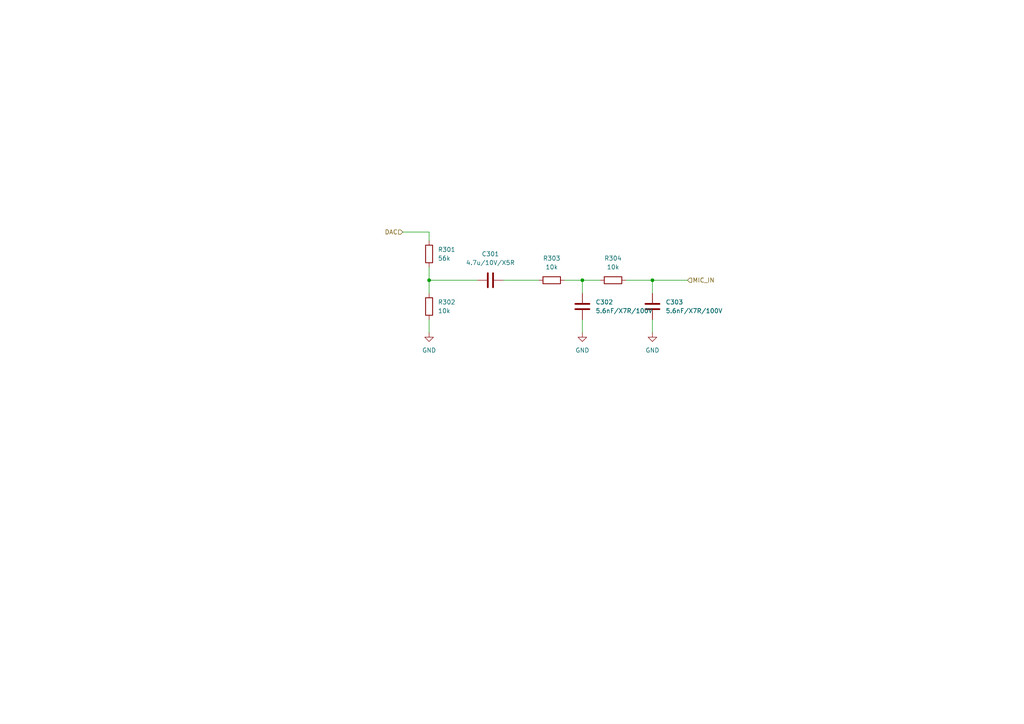
<source format=kicad_sch>
(kicad_sch (version 20250114) (generator "eeschema") (generator_version "9.0")
  (paper "A4")
  (title_block (title "DAC to MIC_IN filter") (rev "<<HASH>>") (company "Amateurfunkclub für Remote Stationen"))
  (lib_symbols
    (symbol "Device:C" (pin_numbers (hide yes)) (pin_names (offset 0.254))
      (property "Reference" "C" (at 0.635 2.54 0))
      (property "Value" "C" (at 0.635 -2.54 0))
      (symbol "C_0_1"
        (polyline (pts (xy -2.032 0.762) (xy 2.032 0.762)) (stroke (width 0.508)))
        (polyline (pts (xy -2.032 -0.762) (xy 2.032 -0.762)) (stroke (width 0.508)))
      )
      (symbol "C_1_1"
        (pin passive line (at 0 3.81 270) (length 2.794) (name "~") (number "1"))
        (pin passive line (at 0 -3.81 90) (length 2.794) (name "~") (number "2"))
      )
    )
    (symbol "Device:R" (pin_numbers (hide yes)) (pin_names (offset 0))
      (property "Reference" "R" (at 2.032 0 90))
      (property "Value" "R" (at 0 0 90))
      (symbol "R_0_1"
        (rectangle (start -1.016 -2.54) (end 1.016 2.54) (stroke (width 0.254)))
      )
      (symbol "R_1_1"
        (pin passive line (at 0 3.81 270) (length 1.27) (name "~") (number "1"))
        (pin passive line (at 0 -3.81 90) (length 1.27) (name "~") (number "2"))
      )
    )
    (symbol "power:GND" (power) (pin_numbers (hide yes)) (pin_names (offset 0) (hide yes))
      (property "Value" "GND" (at 0 -3.81 0))
      (symbol "GND_0_1"
        (polyline (pts (xy 0 0) (xy 0 -1.27) (xy 1.27 -1.27) (xy 0 -2.54) (xy -1.27 -1.27) (xy 0 -1.27)))
      )
      (symbol "GND_1_1"
        (pin power_in line (at 0 0 270) (length 0) (name "~") (number "1"))
      )
    )
  )
  (junction (at 124.46 81.28))
  (junction (at 168.91 81.28))
  (junction (at 189.23 81.28))
  (wire (pts (xy 168.91 81.28) (xy 173.99 81.28)))
  (wire (pts (xy 124.46 81.28) (xy 124.46 85.09)))
  (wire (pts (xy 146.05 81.28) (xy 156.21 81.28)))
  (wire (pts (xy 181.61 81.28) (xy 189.23 81.28)))
  (wire (pts (xy 189.23 81.28) (xy 199.39 81.28)))
  (wire (pts (xy 124.46 67.31) (xy 124.46 69.85)))
  (wire (pts (xy 124.46 77.47) (xy 124.46 81.28)))
  (wire (pts (xy 189.23 92.71) (xy 189.23 96.52)))
  (wire (pts (xy 124.46 81.28) (xy 138.43 81.28)))
  (wire (pts (xy 168.91 92.71) (xy 168.91 96.52)))
  (wire (pts (xy 189.23 81.28) (xy 189.23 85.09)))
  (wire (pts (xy 124.46 92.71) (xy 124.46 96.52)))
  (wire (pts (xy 163.83 81.28) (xy 168.91 81.28)))
  (wire (pts (xy 168.91 81.28) (xy 168.91 85.09)))
  (wire (pts (xy 116.84 67.31) (xy 124.46 67.31)))
  (hierarchical_label "DAC" (shape input) (at 116.84 67.31 180))
  (hierarchical_label "MIC_IN" (shape input) (at 199.39 81.28 0))
  (symbol (lib_id "Device:R") (at 177.8 81.28 90) (unit 1)
    (property "Reference" "R304" (at 177.8 74.93 90))
    (property "Value" "10k" (at 177.8 77.47 90))
    (property "Footprint" "Resistor_SMD:R_0805_2012Metric" (effects (hide yes)))
    (property "Description" "Resistor" (effects (hide yes)))
    (property "MOUSER" "603-RT0805DRE0710KL" (effects (hide yes)))
  )
  (symbol (lib_id "power:GND") (at 168.91 96.52 0) (unit 1)
    (property "Reference" "#PWR0302" (effects (hide yes)))
    (property "Value" "GND" (at 168.91 101.6 0))
    (property "Description" "Power symbol creates a global label with name \"GND\" , ground" (effects (hide yes)))
  )
  (symbol (lib_id "Device:R") (at 160.02 81.28 90) (unit 1)
    (property "Reference" "R303" (at 160.02 74.93 90))
    (property "Value" "10k" (at 160.02 77.47 90))
    (property "Footprint" "Resistor_SMD:R_0805_2012Metric" (effects (hide yes)))
    (property "Description" "Resistor" (effects (hide yes)))
    (property "MOUSER" "603-RT0805DRE0710KL" (effects (hide yes)))
  )
  (symbol (lib_id "Device:R") (at 124.46 73.66 0) (unit 1)
    (property "Reference" "R301" (at 127 72.3899 0) (effects (justify left)))
    (property "Value" "56k" (at 127 74.9299 0) (effects (justify left)))
    (property "Footprint" "Resistor_SMD:R_0805_2012Metric" (effects (hide yes)))
    (property "Description" "Resistor" (effects (hide yes)))
    (property "MOUSER" "603-RT0805DRE0756KL" (effects (hide yes)))
  )
  (symbol (lib_id "Device:C") (at 189.23 88.9 0) (unit 1)
    (property "Reference" "C303" (at 193.04 87.6299 0) (effects (justify left)))
    (property "Value" "5.6nF/X7R/100V" (at 193.04 90.1699 0) (effects (justify left)))
    (property "Footprint" "Capacitor_SMD:C_0805_2012Metric" (effects (hide yes)))
    (property "Description" "Unpolarized capacitor" (effects (hide yes)))
    (property "MOUSER" "791-0805B562K201CT" (effects (hide yes)))
  )
  (symbol (lib_id "Device:C") (at 142.24 81.28 270) (unit 1)
    (property "Reference" "C301" (at 142.24 73.66 90))
    (property "Value" "4.7u/10V/X5R" (at 142.24 76.2 90))
    (property "Footprint" "Capacitor_SMD:C_0805_2012Metric" (effects (hide yes)))
    (property "Description" "Unpolarized capacitor" (effects (hide yes)))
    (property "MOUSER" "187-CL21A475KAQNNNF" (effects (hide yes)))
  )
  (symbol (lib_id "power:GND") (at 189.23 96.52 0) (unit 1)
    (property "Reference" "#PWR0303" (effects (hide yes)))
    (property "Value" "GND" (at 189.23 101.6 0))
    (property "Description" "Power symbol creates a global label with name \"GND\" , ground" (effects (hide yes)))
  )
  (symbol (lib_id "Device:R") (at 124.46 88.9 0) (unit 1)
    (property "Reference" "R302" (at 127 87.6299 0) (effects (justify left)))
    (property "Value" "10k" (at 127 90.1699 0) (effects (justify left)))
    (property "Footprint" "Resistor_SMD:R_0805_2012Metric" (effects (hide yes)))
    (property "Description" "Resistor" (effects (hide yes)))
    (property "MOUSER" "603-RT0805DRE0710KL" (effects (hide yes)))
  )
  (symbol (lib_id "Device:C") (at 168.91 88.9 0) (unit 1)
    (property "Reference" "C302" (at 172.72 87.6299 0) (effects (justify left)))
    (property "Value" "5.6nF/X7R/100V" (at 172.72 90.1699 0) (effects (justify left)))
    (property "Footprint" "Capacitor_SMD:C_0805_2012Metric" (effects (hide yes)))
    (property "Description" "Unpolarized capacitor" (effects (hide yes)))
    (property "MOUSER" "791-0805B562K201CT" (effects (hide yes)))
  )
  (symbol (lib_id "power:GND") (at 124.46 96.52 0) (unit 1)
    (property "Reference" "#PWR0301" (effects (hide yes)))
    (property "Value" "GND" (at 124.46 101.6 0))
    (property "Description" "Power symbol creates a global label with name \"GND\" , ground" (effects (hide yes)))
  )
)
</source>
